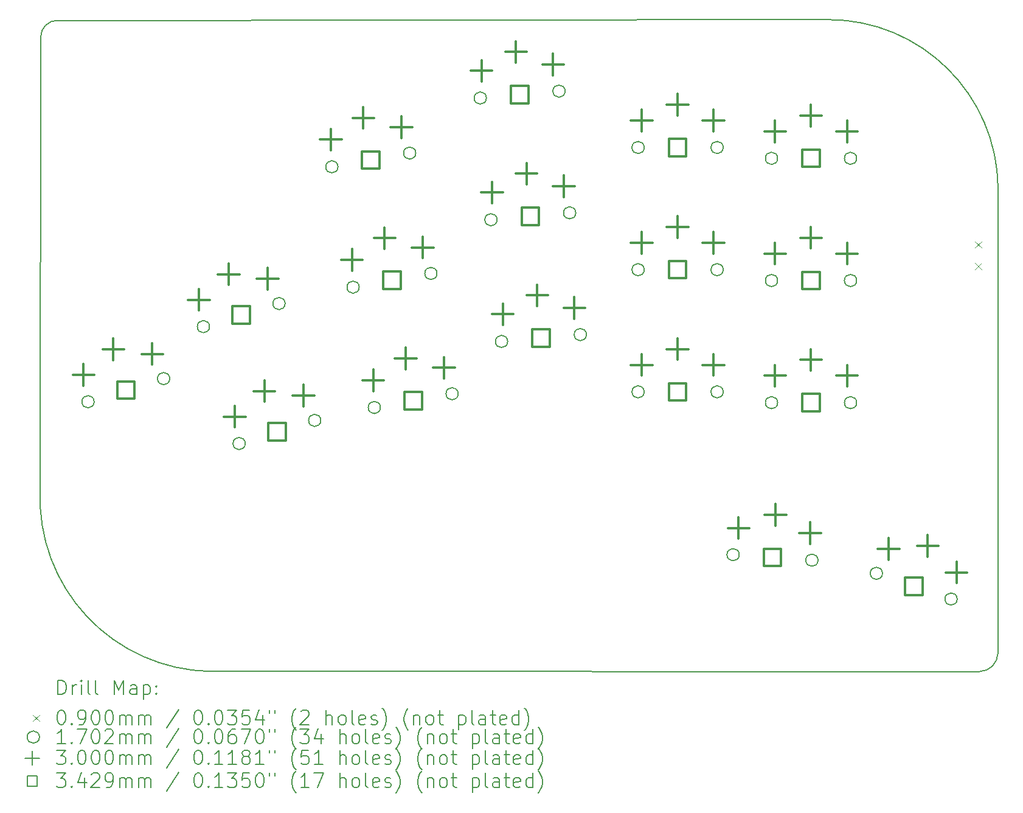
<source format=gbr>
%FSLAX45Y45*%
G04 Gerber Fmt 4.5, Leading zero omitted, Abs format (unit mm)*
G04 Created by KiCad (PCBNEW (6.0.4)) date 2022-05-26 06:06:53*
%MOMM*%
%LPD*%
G01*
G04 APERTURE LIST*
%TA.AperFunction,Profile*%
%ADD10C,0.150000*%
%TD*%
%ADD11C,0.200000*%
%ADD12C,0.090000*%
%ADD13C,0.170180*%
%ADD14C,0.300000*%
%ADD15C,0.342900*%
G04 APERTURE END LIST*
D10*
X2904845Y12436755D02*
G75*
G03*
X2676245Y12208155I0J-228600D01*
G01*
X15742673Y3376992D02*
G75*
G03*
X16000102Y3632200I-3151J260617D01*
G01*
X16002000Y10109200D02*
G75*
G03*
X13637800Y12447790I-2364200J-25750D01*
G01*
X2667000Y5892800D02*
G75*
G03*
X5029200Y3379408I2415551J-96503D01*
G01*
X13637800Y12447790D02*
X2904845Y12436755D01*
X2667000Y5892800D02*
X2676245Y12208155D01*
X16000102Y3632200D02*
X16002000Y10109200D01*
X15742673Y3376992D02*
X5029200Y3379408D01*
D11*
D12*
X15681900Y9360800D02*
X15771900Y9270800D01*
X15771900Y9360800D02*
X15681900Y9270800D01*
X15681900Y9060800D02*
X15771900Y8970800D01*
X15771900Y9060800D02*
X15681900Y8970800D01*
D13*
X3419084Y7131370D02*
G75*
G03*
X3419084Y7131370I-85090J0D01*
G01*
X4471019Y7452979D02*
G75*
G03*
X4471019Y7452979I-85090J0D01*
G01*
X5025423Y8175815D02*
G75*
G03*
X5025423Y8175815I-85090J0D01*
G01*
X5522455Y6550097D02*
G75*
G03*
X5522455Y6550097I-85090J0D01*
G01*
X6077358Y8497424D02*
G75*
G03*
X6077358Y8497424I-85090J0D01*
G01*
X6574390Y6871706D02*
G75*
G03*
X6574390Y6871706I-85090J0D01*
G01*
X6813489Y10399777D02*
G75*
G03*
X6813489Y10399777I-85090J0D01*
G01*
X7108691Y8725603D02*
G75*
G03*
X7108691Y8725603I-85090J0D01*
G01*
X7403893Y7051430D02*
G75*
G03*
X7403893Y7051430I-85090J0D01*
G01*
X7896778Y10590790D02*
G75*
G03*
X7896778Y10590790I-85090J0D01*
G01*
X8191980Y8916616D02*
G75*
G03*
X8191980Y8916616I-85090J0D01*
G01*
X8487182Y7242443D02*
G75*
G03*
X8487182Y7242443I-85090J0D01*
G01*
X8879532Y11357012D02*
G75*
G03*
X8879532Y11357012I-85090J0D01*
G01*
X9027696Y9663481D02*
G75*
G03*
X9027696Y9663481I-85090J0D01*
G01*
X9175861Y7969950D02*
G75*
G03*
X9175861Y7969950I-85090J0D01*
G01*
X9975346Y11452883D02*
G75*
G03*
X9975346Y11452883I-85090J0D01*
G01*
X10123510Y9759352D02*
G75*
G03*
X10123510Y9759352I-85090J0D01*
G01*
X10271675Y8065821D02*
G75*
G03*
X10271675Y8065821I-85090J0D01*
G01*
X11076199Y10668602D02*
G75*
G03*
X11076199Y10668602I-85090J0D01*
G01*
X11076199Y8968602D02*
G75*
G03*
X11076199Y8968602I-85090J0D01*
G01*
X11076199Y7268602D02*
G75*
G03*
X11076199Y7268602I-85090J0D01*
G01*
X12176199Y10668602D02*
G75*
G03*
X12176199Y10668602I-85090J0D01*
G01*
X12176199Y8968602D02*
G75*
G03*
X12176199Y8968602I-85090J0D01*
G01*
X12176199Y7268602D02*
G75*
G03*
X12176199Y7268602I-85090J0D01*
G01*
X12398539Y5003211D02*
G75*
G03*
X12398539Y5003211I-85090J0D01*
G01*
X12933590Y10517800D02*
G75*
G03*
X12933590Y10517800I-85090J0D01*
G01*
X12933590Y8817800D02*
G75*
G03*
X12933590Y8817800I-85090J0D01*
G01*
X12933590Y7117800D02*
G75*
G03*
X12933590Y7117800I-85090J0D01*
G01*
X13495859Y4926479D02*
G75*
G03*
X13495859Y4926479I-85090J0D01*
G01*
X14033590Y10517800D02*
G75*
G03*
X14033590Y10517800I-85090J0D01*
G01*
X14033590Y8817800D02*
G75*
G03*
X14033590Y8817800I-85090J0D01*
G01*
X14033590Y7117800D02*
G75*
G03*
X14033590Y7117800I-85090J0D01*
G01*
X14393378Y4743877D02*
G75*
G03*
X14393378Y4743877I-85090J0D01*
G01*
X15433448Y4385752D02*
G75*
G03*
X15433448Y4385752I-85090J0D01*
G01*
D14*
X3272170Y7654603D02*
X3272170Y7354603D01*
X3122170Y7504603D02*
X3422170Y7504603D01*
X3686000Y8011176D02*
X3686000Y7711176D01*
X3536000Y7861176D02*
X3836000Y7861176D01*
X4228475Y7946974D02*
X4228475Y7646974D01*
X4078475Y7796974D02*
X4378475Y7796974D01*
X4878509Y8699048D02*
X4878509Y8399048D01*
X4728509Y8549048D02*
X5028509Y8549048D01*
X5292339Y9055621D02*
X5292339Y8755621D01*
X5142339Y8905621D02*
X5442339Y8905621D01*
X5375541Y7073330D02*
X5375541Y6773330D01*
X5225541Y6923330D02*
X5525541Y6923330D01*
X5789371Y7429903D02*
X5789371Y7129903D01*
X5639371Y7279903D02*
X5939371Y7279903D01*
X5834814Y8991420D02*
X5834814Y8691420D01*
X5684814Y8841420D02*
X5984814Y8841420D01*
X6331845Y7365702D02*
X6331845Y7065702D01*
X6181845Y7215702D02*
X6481845Y7215702D01*
X6712522Y10927762D02*
X6712522Y10627762D01*
X6562522Y10777762D02*
X6862522Y10777762D01*
X7007724Y9253589D02*
X7007724Y8953589D01*
X6857724Y9103589D02*
X7157724Y9103589D01*
X7166723Y11231244D02*
X7166723Y10931244D01*
X7016723Y11081244D02*
X7316723Y11081244D01*
X7302926Y7579415D02*
X7302926Y7279415D01*
X7152926Y7429415D02*
X7452926Y7429415D01*
X7461925Y9557070D02*
X7461925Y9257070D01*
X7311925Y9407070D02*
X7611925Y9407070D01*
X7697330Y11101410D02*
X7697330Y10801410D01*
X7547330Y10951410D02*
X7847330Y10951410D01*
X7757127Y7882897D02*
X7757127Y7582897D01*
X7607127Y7732897D02*
X7907127Y7732897D01*
X7992531Y9427237D02*
X7992531Y9127237D01*
X7842531Y9277237D02*
X8142531Y9277237D01*
X8287733Y7753063D02*
X8287733Y7453063D01*
X8137733Y7603063D02*
X8437733Y7603063D01*
X8811568Y11884943D02*
X8811568Y11584943D01*
X8661568Y11734943D02*
X8961568Y11734943D01*
X8959733Y10191412D02*
X8959733Y9891412D01*
X8809733Y10041412D02*
X9109733Y10041412D01*
X9107897Y8497881D02*
X9107897Y8197881D01*
X8957897Y8347881D02*
X9257897Y8347881D01*
X9290491Y12147683D02*
X9290491Y11847683D01*
X9140491Y11997683D02*
X9440491Y11997683D01*
X9438656Y10454153D02*
X9438656Y10154153D01*
X9288656Y10304153D02*
X9588656Y10304153D01*
X9586820Y8760622D02*
X9586820Y8460622D01*
X9436820Y8610622D02*
X9736820Y8610622D01*
X9807763Y11972098D02*
X9807763Y11672098D01*
X9657763Y11822098D02*
X9957763Y11822098D01*
X9955927Y10278568D02*
X9955927Y9978568D01*
X9805927Y10128568D02*
X10105927Y10128568D01*
X10104092Y8585037D02*
X10104092Y8285036D01*
X9954092Y8435037D02*
X10254092Y8435037D01*
X11041109Y11193602D02*
X11041109Y10893602D01*
X10891109Y11043602D02*
X11191109Y11043602D01*
X11041109Y9493602D02*
X11041109Y9193602D01*
X10891109Y9343602D02*
X11191109Y9343602D01*
X11041109Y7793602D02*
X11041109Y7493602D01*
X10891109Y7643602D02*
X11191109Y7643602D01*
X11541109Y11413602D02*
X11541109Y11113602D01*
X11391109Y11263602D02*
X11691109Y11263602D01*
X11541109Y9713602D02*
X11541109Y9413602D01*
X11391109Y9563602D02*
X11691109Y9563602D01*
X11541109Y8013602D02*
X11541109Y7713602D01*
X11391109Y7863602D02*
X11691109Y7863602D01*
X12041109Y11193602D02*
X12041109Y10893602D01*
X11891109Y11043602D02*
X12191109Y11043602D01*
X12041109Y9493602D02*
X12041109Y9193602D01*
X11891109Y9343602D02*
X12191109Y9343602D01*
X12041109Y7793602D02*
X12041109Y7493602D01*
X11891109Y7643602D02*
X12191109Y7643602D01*
X12389486Y5523810D02*
X12389486Y5223810D01*
X12239486Y5373810D02*
X12539486Y5373810D01*
X12898500Y11042800D02*
X12898500Y10742800D01*
X12748500Y10892800D02*
X13048500Y10892800D01*
X12898500Y9342800D02*
X12898500Y9042800D01*
X12748500Y9192800D02*
X13048500Y9192800D01*
X12898500Y7642800D02*
X12898500Y7342800D01*
X12748500Y7492800D02*
X13048500Y7492800D01*
X12903614Y5708396D02*
X12903614Y5408396D01*
X12753614Y5558396D02*
X13053614Y5558396D01*
X13387050Y5454053D02*
X13387050Y5154053D01*
X13237050Y5304053D02*
X13537050Y5304053D01*
X13398500Y11262800D02*
X13398500Y10962800D01*
X13248500Y11112800D02*
X13548500Y11112800D01*
X13398500Y9562800D02*
X13398500Y9262800D01*
X13248500Y9412800D02*
X13548500Y9412800D01*
X13398500Y7862800D02*
X13398500Y7562800D01*
X13248500Y7712800D02*
X13548500Y7712800D01*
X13898500Y11042800D02*
X13898500Y10742800D01*
X13748500Y10892800D02*
X14048500Y10892800D01*
X13898500Y9342800D02*
X13898500Y9042800D01*
X13748500Y9192800D02*
X14048500Y9192800D01*
X13898500Y7642800D02*
X13898500Y7342800D01*
X13748500Y7492800D02*
X14048500Y7492800D01*
X14477652Y5232168D02*
X14477652Y4932168D01*
X14327652Y5082168D02*
X14627652Y5082168D01*
X15022036Y5277398D02*
X15022036Y4977398D01*
X14872036Y5127398D02*
X15172036Y5127398D01*
X15423171Y4906600D02*
X15423171Y4606600D01*
X15273171Y4756600D02*
X15573171Y4756600D01*
D15*
X3981196Y7170940D02*
X3981196Y7413409D01*
X3738727Y7413409D01*
X3738727Y7170940D01*
X3981196Y7170940D01*
X5587535Y8215385D02*
X5587535Y8457854D01*
X5345066Y8457854D01*
X5345066Y8215385D01*
X5587535Y8215385D01*
X6084567Y6589667D02*
X6084567Y6832136D01*
X5842098Y6832136D01*
X5842098Y6589667D01*
X6084567Y6589667D01*
X7391278Y10374048D02*
X7391278Y10616518D01*
X7148809Y10616518D01*
X7148809Y10374048D01*
X7391278Y10374048D01*
X7686480Y8699875D02*
X7686480Y8942344D01*
X7444011Y8942344D01*
X7444011Y8699875D01*
X7686480Y8699875D01*
X7981682Y7025702D02*
X7981682Y7268171D01*
X7739213Y7268171D01*
X7739213Y7025702D01*
X7981682Y7025702D01*
X9463583Y11283713D02*
X9463583Y11526182D01*
X9221114Y11526182D01*
X9221114Y11283713D01*
X9463583Y11283713D01*
X9611748Y9590182D02*
X9611748Y9832651D01*
X9369279Y9832651D01*
X9369279Y9590182D01*
X9611748Y9590182D01*
X9759913Y7896651D02*
X9759913Y8139120D01*
X9517444Y8139120D01*
X9517444Y7896651D01*
X9759913Y7896651D01*
X11662343Y10547367D02*
X11662343Y10789836D01*
X11419874Y10789836D01*
X11419874Y10547367D01*
X11662343Y10547367D01*
X11662343Y8847367D02*
X11662343Y9089836D01*
X11419874Y9089836D01*
X11419874Y8847367D01*
X11662343Y8847367D01*
X11662343Y7147367D02*
X11662343Y7389836D01*
X11419874Y7389836D01*
X11419874Y7147367D01*
X11662343Y7147367D01*
X12983344Y4843611D02*
X12983344Y5086080D01*
X12740874Y5086080D01*
X12740874Y4843611D01*
X12983344Y4843611D01*
X13519735Y10396565D02*
X13519735Y10639035D01*
X13277265Y10639035D01*
X13277265Y10396565D01*
X13519735Y10396565D01*
X13519735Y8696565D02*
X13519735Y8939035D01*
X13277265Y8939035D01*
X13277265Y8696565D01*
X13519735Y8696565D01*
X13519735Y6996565D02*
X13519735Y7239035D01*
X13277265Y7239035D01*
X13277265Y6996565D01*
X13519735Y6996565D01*
X14949558Y4443580D02*
X14949558Y4686049D01*
X14707089Y4686049D01*
X14707089Y4443580D01*
X14949558Y4443580D01*
D11*
X2915192Y3059016D02*
X2915192Y3259016D01*
X2962811Y3259016D01*
X2991383Y3249492D01*
X3010430Y3230444D01*
X3019954Y3211397D01*
X3029478Y3173301D01*
X3029478Y3144730D01*
X3019954Y3106635D01*
X3010430Y3087587D01*
X2991383Y3068539D01*
X2962811Y3059016D01*
X2915192Y3059016D01*
X3115192Y3059016D02*
X3115192Y3192349D01*
X3115192Y3154254D02*
X3124716Y3173301D01*
X3134240Y3182825D01*
X3153287Y3192349D01*
X3172335Y3192349D01*
X3239002Y3059016D02*
X3239002Y3192349D01*
X3239002Y3259016D02*
X3229478Y3249492D01*
X3239002Y3239968D01*
X3248525Y3249492D01*
X3239002Y3259016D01*
X3239002Y3239968D01*
X3362811Y3059016D02*
X3343763Y3068539D01*
X3334240Y3087587D01*
X3334240Y3259016D01*
X3467573Y3059016D02*
X3448525Y3068539D01*
X3439002Y3087587D01*
X3439002Y3259016D01*
X3696144Y3059016D02*
X3696144Y3259016D01*
X3762811Y3116158D01*
X3829478Y3259016D01*
X3829478Y3059016D01*
X4010430Y3059016D02*
X4010430Y3163778D01*
X4000906Y3182825D01*
X3981859Y3192349D01*
X3943763Y3192349D01*
X3924716Y3182825D01*
X4010430Y3068539D02*
X3991383Y3059016D01*
X3943763Y3059016D01*
X3924716Y3068539D01*
X3915192Y3087587D01*
X3915192Y3106635D01*
X3924716Y3125682D01*
X3943763Y3135206D01*
X3991383Y3135206D01*
X4010430Y3144730D01*
X4105668Y3192349D02*
X4105668Y2992349D01*
X4105668Y3182825D02*
X4124716Y3192349D01*
X4162811Y3192349D01*
X4181859Y3182825D01*
X4191383Y3173301D01*
X4200906Y3154254D01*
X4200906Y3097111D01*
X4191383Y3078063D01*
X4181859Y3068539D01*
X4162811Y3059016D01*
X4124716Y3059016D01*
X4105668Y3068539D01*
X4286621Y3078063D02*
X4296145Y3068539D01*
X4286621Y3059016D01*
X4277097Y3068539D01*
X4286621Y3078063D01*
X4286621Y3059016D01*
X4286621Y3182825D02*
X4296145Y3173301D01*
X4286621Y3163778D01*
X4277097Y3173301D01*
X4286621Y3182825D01*
X4286621Y3163778D01*
D12*
X2567573Y2774492D02*
X2657573Y2684492D01*
X2657573Y2774492D02*
X2567573Y2684492D01*
D11*
X2953287Y2839016D02*
X2972335Y2839016D01*
X2991383Y2829492D01*
X3000906Y2819968D01*
X3010430Y2800920D01*
X3019954Y2762825D01*
X3019954Y2715206D01*
X3010430Y2677111D01*
X3000906Y2658063D01*
X2991383Y2648540D01*
X2972335Y2639016D01*
X2953287Y2639016D01*
X2934240Y2648540D01*
X2924716Y2658063D01*
X2915192Y2677111D01*
X2905668Y2715206D01*
X2905668Y2762825D01*
X2915192Y2800920D01*
X2924716Y2819968D01*
X2934240Y2829492D01*
X2953287Y2839016D01*
X3105668Y2658063D02*
X3115192Y2648540D01*
X3105668Y2639016D01*
X3096144Y2648540D01*
X3105668Y2658063D01*
X3105668Y2639016D01*
X3210430Y2639016D02*
X3248525Y2639016D01*
X3267573Y2648540D01*
X3277097Y2658063D01*
X3296144Y2686635D01*
X3305668Y2724730D01*
X3305668Y2800920D01*
X3296144Y2819968D01*
X3286621Y2829492D01*
X3267573Y2839016D01*
X3229478Y2839016D01*
X3210430Y2829492D01*
X3200906Y2819968D01*
X3191383Y2800920D01*
X3191383Y2753301D01*
X3200906Y2734254D01*
X3210430Y2724730D01*
X3229478Y2715206D01*
X3267573Y2715206D01*
X3286621Y2724730D01*
X3296144Y2734254D01*
X3305668Y2753301D01*
X3429478Y2839016D02*
X3448525Y2839016D01*
X3467573Y2829492D01*
X3477097Y2819968D01*
X3486621Y2800920D01*
X3496144Y2762825D01*
X3496144Y2715206D01*
X3486621Y2677111D01*
X3477097Y2658063D01*
X3467573Y2648540D01*
X3448525Y2639016D01*
X3429478Y2639016D01*
X3410430Y2648540D01*
X3400906Y2658063D01*
X3391383Y2677111D01*
X3381859Y2715206D01*
X3381859Y2762825D01*
X3391383Y2800920D01*
X3400906Y2819968D01*
X3410430Y2829492D01*
X3429478Y2839016D01*
X3619954Y2839016D02*
X3639002Y2839016D01*
X3658049Y2829492D01*
X3667573Y2819968D01*
X3677097Y2800920D01*
X3686621Y2762825D01*
X3686621Y2715206D01*
X3677097Y2677111D01*
X3667573Y2658063D01*
X3658049Y2648540D01*
X3639002Y2639016D01*
X3619954Y2639016D01*
X3600906Y2648540D01*
X3591383Y2658063D01*
X3581859Y2677111D01*
X3572335Y2715206D01*
X3572335Y2762825D01*
X3581859Y2800920D01*
X3591383Y2819968D01*
X3600906Y2829492D01*
X3619954Y2839016D01*
X3772335Y2639016D02*
X3772335Y2772349D01*
X3772335Y2753301D02*
X3781859Y2762825D01*
X3800906Y2772349D01*
X3829478Y2772349D01*
X3848525Y2762825D01*
X3858049Y2743778D01*
X3858049Y2639016D01*
X3858049Y2743778D02*
X3867573Y2762825D01*
X3886621Y2772349D01*
X3915192Y2772349D01*
X3934240Y2762825D01*
X3943763Y2743778D01*
X3943763Y2639016D01*
X4039002Y2639016D02*
X4039002Y2772349D01*
X4039002Y2753301D02*
X4048525Y2762825D01*
X4067573Y2772349D01*
X4096144Y2772349D01*
X4115192Y2762825D01*
X4124716Y2743778D01*
X4124716Y2639016D01*
X4124716Y2743778D02*
X4134240Y2762825D01*
X4153287Y2772349D01*
X4181859Y2772349D01*
X4200906Y2762825D01*
X4210430Y2743778D01*
X4210430Y2639016D01*
X4600906Y2848539D02*
X4429478Y2591397D01*
X4858049Y2839016D02*
X4877097Y2839016D01*
X4896145Y2829492D01*
X4905668Y2819968D01*
X4915192Y2800920D01*
X4924716Y2762825D01*
X4924716Y2715206D01*
X4915192Y2677111D01*
X4905668Y2658063D01*
X4896145Y2648540D01*
X4877097Y2639016D01*
X4858049Y2639016D01*
X4839002Y2648540D01*
X4829478Y2658063D01*
X4819954Y2677111D01*
X4810430Y2715206D01*
X4810430Y2762825D01*
X4819954Y2800920D01*
X4829478Y2819968D01*
X4839002Y2829492D01*
X4858049Y2839016D01*
X5010430Y2658063D02*
X5019954Y2648540D01*
X5010430Y2639016D01*
X5000906Y2648540D01*
X5010430Y2658063D01*
X5010430Y2639016D01*
X5143764Y2839016D02*
X5162811Y2839016D01*
X5181859Y2829492D01*
X5191383Y2819968D01*
X5200906Y2800920D01*
X5210430Y2762825D01*
X5210430Y2715206D01*
X5200906Y2677111D01*
X5191383Y2658063D01*
X5181859Y2648540D01*
X5162811Y2639016D01*
X5143764Y2639016D01*
X5124716Y2648540D01*
X5115192Y2658063D01*
X5105668Y2677111D01*
X5096145Y2715206D01*
X5096145Y2762825D01*
X5105668Y2800920D01*
X5115192Y2819968D01*
X5124716Y2829492D01*
X5143764Y2839016D01*
X5277097Y2839016D02*
X5400906Y2839016D01*
X5334240Y2762825D01*
X5362811Y2762825D01*
X5381859Y2753301D01*
X5391383Y2743778D01*
X5400906Y2724730D01*
X5400906Y2677111D01*
X5391383Y2658063D01*
X5381859Y2648540D01*
X5362811Y2639016D01*
X5305668Y2639016D01*
X5286621Y2648540D01*
X5277097Y2658063D01*
X5581859Y2839016D02*
X5486621Y2839016D01*
X5477097Y2743778D01*
X5486621Y2753301D01*
X5505668Y2762825D01*
X5553287Y2762825D01*
X5572335Y2753301D01*
X5581859Y2743778D01*
X5591383Y2724730D01*
X5591383Y2677111D01*
X5581859Y2658063D01*
X5572335Y2648540D01*
X5553287Y2639016D01*
X5505668Y2639016D01*
X5486621Y2648540D01*
X5477097Y2658063D01*
X5762811Y2772349D02*
X5762811Y2639016D01*
X5715192Y2848539D02*
X5667573Y2705682D01*
X5791383Y2705682D01*
X5858049Y2839016D02*
X5858049Y2800920D01*
X5934240Y2839016D02*
X5934240Y2800920D01*
X6229478Y2562825D02*
X6219954Y2572349D01*
X6200906Y2600920D01*
X6191383Y2619968D01*
X6181859Y2648540D01*
X6172335Y2696159D01*
X6172335Y2734254D01*
X6181859Y2781873D01*
X6191383Y2810444D01*
X6200906Y2829492D01*
X6219954Y2858063D01*
X6229478Y2867587D01*
X6296144Y2819968D02*
X6305668Y2829492D01*
X6324716Y2839016D01*
X6372335Y2839016D01*
X6391383Y2829492D01*
X6400906Y2819968D01*
X6410430Y2800920D01*
X6410430Y2781873D01*
X6400906Y2753301D01*
X6286621Y2639016D01*
X6410430Y2639016D01*
X6648525Y2639016D02*
X6648525Y2839016D01*
X6734240Y2639016D02*
X6734240Y2743778D01*
X6724716Y2762825D01*
X6705668Y2772349D01*
X6677097Y2772349D01*
X6658049Y2762825D01*
X6648525Y2753301D01*
X6858049Y2639016D02*
X6839002Y2648540D01*
X6829478Y2658063D01*
X6819954Y2677111D01*
X6819954Y2734254D01*
X6829478Y2753301D01*
X6839002Y2762825D01*
X6858049Y2772349D01*
X6886621Y2772349D01*
X6905668Y2762825D01*
X6915192Y2753301D01*
X6924716Y2734254D01*
X6924716Y2677111D01*
X6915192Y2658063D01*
X6905668Y2648540D01*
X6886621Y2639016D01*
X6858049Y2639016D01*
X7039002Y2639016D02*
X7019954Y2648540D01*
X7010430Y2667587D01*
X7010430Y2839016D01*
X7191383Y2648540D02*
X7172335Y2639016D01*
X7134240Y2639016D01*
X7115192Y2648540D01*
X7105668Y2667587D01*
X7105668Y2743778D01*
X7115192Y2762825D01*
X7134240Y2772349D01*
X7172335Y2772349D01*
X7191383Y2762825D01*
X7200906Y2743778D01*
X7200906Y2724730D01*
X7105668Y2705682D01*
X7277097Y2648540D02*
X7296144Y2639016D01*
X7334240Y2639016D01*
X7353287Y2648540D01*
X7362811Y2667587D01*
X7362811Y2677111D01*
X7353287Y2696159D01*
X7334240Y2705682D01*
X7305668Y2705682D01*
X7286621Y2715206D01*
X7277097Y2734254D01*
X7277097Y2743778D01*
X7286621Y2762825D01*
X7305668Y2772349D01*
X7334240Y2772349D01*
X7353287Y2762825D01*
X7429478Y2562825D02*
X7439002Y2572349D01*
X7458049Y2600920D01*
X7467573Y2619968D01*
X7477097Y2648540D01*
X7486621Y2696159D01*
X7486621Y2734254D01*
X7477097Y2781873D01*
X7467573Y2810444D01*
X7458049Y2829492D01*
X7439002Y2858063D01*
X7429478Y2867587D01*
X7791383Y2562825D02*
X7781859Y2572349D01*
X7762811Y2600920D01*
X7753287Y2619968D01*
X7743763Y2648540D01*
X7734240Y2696159D01*
X7734240Y2734254D01*
X7743763Y2781873D01*
X7753287Y2810444D01*
X7762811Y2829492D01*
X7781859Y2858063D01*
X7791383Y2867587D01*
X7867573Y2772349D02*
X7867573Y2639016D01*
X7867573Y2753301D02*
X7877097Y2762825D01*
X7896144Y2772349D01*
X7924716Y2772349D01*
X7943763Y2762825D01*
X7953287Y2743778D01*
X7953287Y2639016D01*
X8077097Y2639016D02*
X8058049Y2648540D01*
X8048525Y2658063D01*
X8039002Y2677111D01*
X8039002Y2734254D01*
X8048525Y2753301D01*
X8058049Y2762825D01*
X8077097Y2772349D01*
X8105668Y2772349D01*
X8124716Y2762825D01*
X8134240Y2753301D01*
X8143763Y2734254D01*
X8143763Y2677111D01*
X8134240Y2658063D01*
X8124716Y2648540D01*
X8105668Y2639016D01*
X8077097Y2639016D01*
X8200906Y2772349D02*
X8277097Y2772349D01*
X8229478Y2839016D02*
X8229478Y2667587D01*
X8239002Y2648540D01*
X8258049Y2639016D01*
X8277097Y2639016D01*
X8496145Y2772349D02*
X8496145Y2572349D01*
X8496145Y2762825D02*
X8515192Y2772349D01*
X8553287Y2772349D01*
X8572335Y2762825D01*
X8581859Y2753301D01*
X8591383Y2734254D01*
X8591383Y2677111D01*
X8581859Y2658063D01*
X8572335Y2648540D01*
X8553287Y2639016D01*
X8515192Y2639016D01*
X8496145Y2648540D01*
X8705668Y2639016D02*
X8686621Y2648540D01*
X8677097Y2667587D01*
X8677097Y2839016D01*
X8867573Y2639016D02*
X8867573Y2743778D01*
X8858049Y2762825D01*
X8839002Y2772349D01*
X8800906Y2772349D01*
X8781859Y2762825D01*
X8867573Y2648540D02*
X8848525Y2639016D01*
X8800906Y2639016D01*
X8781859Y2648540D01*
X8772335Y2667587D01*
X8772335Y2686635D01*
X8781859Y2705682D01*
X8800906Y2715206D01*
X8848525Y2715206D01*
X8867573Y2724730D01*
X8934240Y2772349D02*
X9010430Y2772349D01*
X8962811Y2839016D02*
X8962811Y2667587D01*
X8972335Y2648540D01*
X8991383Y2639016D01*
X9010430Y2639016D01*
X9153287Y2648540D02*
X9134240Y2639016D01*
X9096145Y2639016D01*
X9077097Y2648540D01*
X9067573Y2667587D01*
X9067573Y2743778D01*
X9077097Y2762825D01*
X9096145Y2772349D01*
X9134240Y2772349D01*
X9153287Y2762825D01*
X9162811Y2743778D01*
X9162811Y2724730D01*
X9067573Y2705682D01*
X9334240Y2639016D02*
X9334240Y2839016D01*
X9334240Y2648540D02*
X9315192Y2639016D01*
X9277097Y2639016D01*
X9258049Y2648540D01*
X9248525Y2658063D01*
X9239002Y2677111D01*
X9239002Y2734254D01*
X9248525Y2753301D01*
X9258049Y2762825D01*
X9277097Y2772349D01*
X9315192Y2772349D01*
X9334240Y2762825D01*
X9410430Y2562825D02*
X9419954Y2572349D01*
X9439002Y2600920D01*
X9448525Y2619968D01*
X9458049Y2648540D01*
X9467573Y2696159D01*
X9467573Y2734254D01*
X9458049Y2781873D01*
X9448525Y2810444D01*
X9439002Y2829492D01*
X9419954Y2858063D01*
X9410430Y2867587D01*
D13*
X2657573Y2465492D02*
G75*
G03*
X2657573Y2465492I-85090J0D01*
G01*
D11*
X3019954Y2375016D02*
X2905668Y2375016D01*
X2962811Y2375016D02*
X2962811Y2575016D01*
X2943763Y2546444D01*
X2924716Y2527397D01*
X2905668Y2517873D01*
X3105668Y2394063D02*
X3115192Y2384540D01*
X3105668Y2375016D01*
X3096144Y2384540D01*
X3105668Y2394063D01*
X3105668Y2375016D01*
X3181859Y2575016D02*
X3315192Y2575016D01*
X3229478Y2375016D01*
X3429478Y2575016D02*
X3448525Y2575016D01*
X3467573Y2565492D01*
X3477097Y2555968D01*
X3486621Y2536920D01*
X3496144Y2498825D01*
X3496144Y2451206D01*
X3486621Y2413111D01*
X3477097Y2394063D01*
X3467573Y2384540D01*
X3448525Y2375016D01*
X3429478Y2375016D01*
X3410430Y2384540D01*
X3400906Y2394063D01*
X3391383Y2413111D01*
X3381859Y2451206D01*
X3381859Y2498825D01*
X3391383Y2536920D01*
X3400906Y2555968D01*
X3410430Y2565492D01*
X3429478Y2575016D01*
X3572335Y2555968D02*
X3581859Y2565492D01*
X3600906Y2575016D01*
X3648525Y2575016D01*
X3667573Y2565492D01*
X3677097Y2555968D01*
X3686621Y2536920D01*
X3686621Y2517873D01*
X3677097Y2489301D01*
X3562811Y2375016D01*
X3686621Y2375016D01*
X3772335Y2375016D02*
X3772335Y2508349D01*
X3772335Y2489301D02*
X3781859Y2498825D01*
X3800906Y2508349D01*
X3829478Y2508349D01*
X3848525Y2498825D01*
X3858049Y2479778D01*
X3858049Y2375016D01*
X3858049Y2479778D02*
X3867573Y2498825D01*
X3886621Y2508349D01*
X3915192Y2508349D01*
X3934240Y2498825D01*
X3943763Y2479778D01*
X3943763Y2375016D01*
X4039002Y2375016D02*
X4039002Y2508349D01*
X4039002Y2489301D02*
X4048525Y2498825D01*
X4067573Y2508349D01*
X4096144Y2508349D01*
X4115192Y2498825D01*
X4124716Y2479778D01*
X4124716Y2375016D01*
X4124716Y2479778D02*
X4134240Y2498825D01*
X4153287Y2508349D01*
X4181859Y2508349D01*
X4200906Y2498825D01*
X4210430Y2479778D01*
X4210430Y2375016D01*
X4600906Y2584540D02*
X4429478Y2327397D01*
X4858049Y2575016D02*
X4877097Y2575016D01*
X4896145Y2565492D01*
X4905668Y2555968D01*
X4915192Y2536920D01*
X4924716Y2498825D01*
X4924716Y2451206D01*
X4915192Y2413111D01*
X4905668Y2394063D01*
X4896145Y2384540D01*
X4877097Y2375016D01*
X4858049Y2375016D01*
X4839002Y2384540D01*
X4829478Y2394063D01*
X4819954Y2413111D01*
X4810430Y2451206D01*
X4810430Y2498825D01*
X4819954Y2536920D01*
X4829478Y2555968D01*
X4839002Y2565492D01*
X4858049Y2575016D01*
X5010430Y2394063D02*
X5019954Y2384540D01*
X5010430Y2375016D01*
X5000906Y2384540D01*
X5010430Y2394063D01*
X5010430Y2375016D01*
X5143764Y2575016D02*
X5162811Y2575016D01*
X5181859Y2565492D01*
X5191383Y2555968D01*
X5200906Y2536920D01*
X5210430Y2498825D01*
X5210430Y2451206D01*
X5200906Y2413111D01*
X5191383Y2394063D01*
X5181859Y2384540D01*
X5162811Y2375016D01*
X5143764Y2375016D01*
X5124716Y2384540D01*
X5115192Y2394063D01*
X5105668Y2413111D01*
X5096145Y2451206D01*
X5096145Y2498825D01*
X5105668Y2536920D01*
X5115192Y2555968D01*
X5124716Y2565492D01*
X5143764Y2575016D01*
X5381859Y2575016D02*
X5343764Y2575016D01*
X5324716Y2565492D01*
X5315192Y2555968D01*
X5296145Y2527397D01*
X5286621Y2489301D01*
X5286621Y2413111D01*
X5296145Y2394063D01*
X5305668Y2384540D01*
X5324716Y2375016D01*
X5362811Y2375016D01*
X5381859Y2384540D01*
X5391383Y2394063D01*
X5400906Y2413111D01*
X5400906Y2460730D01*
X5391383Y2479778D01*
X5381859Y2489301D01*
X5362811Y2498825D01*
X5324716Y2498825D01*
X5305668Y2489301D01*
X5296145Y2479778D01*
X5286621Y2460730D01*
X5467573Y2575016D02*
X5600906Y2575016D01*
X5515192Y2375016D01*
X5715192Y2575016D02*
X5734240Y2575016D01*
X5753287Y2565492D01*
X5762811Y2555968D01*
X5772335Y2536920D01*
X5781859Y2498825D01*
X5781859Y2451206D01*
X5772335Y2413111D01*
X5762811Y2394063D01*
X5753287Y2384540D01*
X5734240Y2375016D01*
X5715192Y2375016D01*
X5696144Y2384540D01*
X5686621Y2394063D01*
X5677097Y2413111D01*
X5667573Y2451206D01*
X5667573Y2498825D01*
X5677097Y2536920D01*
X5686621Y2555968D01*
X5696144Y2565492D01*
X5715192Y2575016D01*
X5858049Y2575016D02*
X5858049Y2536920D01*
X5934240Y2575016D02*
X5934240Y2536920D01*
X6229478Y2298825D02*
X6219954Y2308349D01*
X6200906Y2336920D01*
X6191383Y2355968D01*
X6181859Y2384540D01*
X6172335Y2432159D01*
X6172335Y2470254D01*
X6181859Y2517873D01*
X6191383Y2546444D01*
X6200906Y2565492D01*
X6219954Y2594063D01*
X6229478Y2603587D01*
X6286621Y2575016D02*
X6410430Y2575016D01*
X6343763Y2498825D01*
X6372335Y2498825D01*
X6391383Y2489301D01*
X6400906Y2479778D01*
X6410430Y2460730D01*
X6410430Y2413111D01*
X6400906Y2394063D01*
X6391383Y2384540D01*
X6372335Y2375016D01*
X6315192Y2375016D01*
X6296144Y2384540D01*
X6286621Y2394063D01*
X6581859Y2508349D02*
X6581859Y2375016D01*
X6534240Y2584540D02*
X6486621Y2441682D01*
X6610430Y2441682D01*
X6839002Y2375016D02*
X6839002Y2575016D01*
X6924716Y2375016D02*
X6924716Y2479778D01*
X6915192Y2498825D01*
X6896144Y2508349D01*
X6867573Y2508349D01*
X6848525Y2498825D01*
X6839002Y2489301D01*
X7048525Y2375016D02*
X7029478Y2384540D01*
X7019954Y2394063D01*
X7010430Y2413111D01*
X7010430Y2470254D01*
X7019954Y2489301D01*
X7029478Y2498825D01*
X7048525Y2508349D01*
X7077097Y2508349D01*
X7096144Y2498825D01*
X7105668Y2489301D01*
X7115192Y2470254D01*
X7115192Y2413111D01*
X7105668Y2394063D01*
X7096144Y2384540D01*
X7077097Y2375016D01*
X7048525Y2375016D01*
X7229478Y2375016D02*
X7210430Y2384540D01*
X7200906Y2403587D01*
X7200906Y2575016D01*
X7381859Y2384540D02*
X7362811Y2375016D01*
X7324716Y2375016D01*
X7305668Y2384540D01*
X7296144Y2403587D01*
X7296144Y2479778D01*
X7305668Y2498825D01*
X7324716Y2508349D01*
X7362811Y2508349D01*
X7381859Y2498825D01*
X7391383Y2479778D01*
X7391383Y2460730D01*
X7296144Y2441682D01*
X7467573Y2384540D02*
X7486621Y2375016D01*
X7524716Y2375016D01*
X7543763Y2384540D01*
X7553287Y2403587D01*
X7553287Y2413111D01*
X7543763Y2432159D01*
X7524716Y2441682D01*
X7496144Y2441682D01*
X7477097Y2451206D01*
X7467573Y2470254D01*
X7467573Y2479778D01*
X7477097Y2498825D01*
X7496144Y2508349D01*
X7524716Y2508349D01*
X7543763Y2498825D01*
X7619954Y2298825D02*
X7629478Y2308349D01*
X7648525Y2336920D01*
X7658049Y2355968D01*
X7667573Y2384540D01*
X7677097Y2432159D01*
X7677097Y2470254D01*
X7667573Y2517873D01*
X7658049Y2546444D01*
X7648525Y2565492D01*
X7629478Y2594063D01*
X7619954Y2603587D01*
X7981859Y2298825D02*
X7972335Y2308349D01*
X7953287Y2336920D01*
X7943763Y2355968D01*
X7934240Y2384540D01*
X7924716Y2432159D01*
X7924716Y2470254D01*
X7934240Y2517873D01*
X7943763Y2546444D01*
X7953287Y2565492D01*
X7972335Y2594063D01*
X7981859Y2603587D01*
X8058049Y2508349D02*
X8058049Y2375016D01*
X8058049Y2489301D02*
X8067573Y2498825D01*
X8086621Y2508349D01*
X8115192Y2508349D01*
X8134240Y2498825D01*
X8143763Y2479778D01*
X8143763Y2375016D01*
X8267573Y2375016D02*
X8248525Y2384540D01*
X8239002Y2394063D01*
X8229478Y2413111D01*
X8229478Y2470254D01*
X8239002Y2489301D01*
X8248525Y2498825D01*
X8267573Y2508349D01*
X8296144Y2508349D01*
X8315192Y2498825D01*
X8324716Y2489301D01*
X8334240Y2470254D01*
X8334240Y2413111D01*
X8324716Y2394063D01*
X8315192Y2384540D01*
X8296144Y2375016D01*
X8267573Y2375016D01*
X8391383Y2508349D02*
X8467573Y2508349D01*
X8419954Y2575016D02*
X8419954Y2403587D01*
X8429478Y2384540D01*
X8448525Y2375016D01*
X8467573Y2375016D01*
X8686621Y2508349D02*
X8686621Y2308349D01*
X8686621Y2498825D02*
X8705668Y2508349D01*
X8743764Y2508349D01*
X8762811Y2498825D01*
X8772335Y2489301D01*
X8781859Y2470254D01*
X8781859Y2413111D01*
X8772335Y2394063D01*
X8762811Y2384540D01*
X8743764Y2375016D01*
X8705668Y2375016D01*
X8686621Y2384540D01*
X8896145Y2375016D02*
X8877097Y2384540D01*
X8867573Y2403587D01*
X8867573Y2575016D01*
X9058049Y2375016D02*
X9058049Y2479778D01*
X9048525Y2498825D01*
X9029478Y2508349D01*
X8991383Y2508349D01*
X8972335Y2498825D01*
X9058049Y2384540D02*
X9039002Y2375016D01*
X8991383Y2375016D01*
X8972335Y2384540D01*
X8962811Y2403587D01*
X8962811Y2422635D01*
X8972335Y2441682D01*
X8991383Y2451206D01*
X9039002Y2451206D01*
X9058049Y2460730D01*
X9124716Y2508349D02*
X9200906Y2508349D01*
X9153287Y2575016D02*
X9153287Y2403587D01*
X9162811Y2384540D01*
X9181859Y2375016D01*
X9200906Y2375016D01*
X9343764Y2384540D02*
X9324716Y2375016D01*
X9286621Y2375016D01*
X9267573Y2384540D01*
X9258049Y2403587D01*
X9258049Y2479778D01*
X9267573Y2498825D01*
X9286621Y2508349D01*
X9324716Y2508349D01*
X9343764Y2498825D01*
X9353287Y2479778D01*
X9353287Y2460730D01*
X9258049Y2441682D01*
X9524716Y2375016D02*
X9524716Y2575016D01*
X9524716Y2384540D02*
X9505668Y2375016D01*
X9467573Y2375016D01*
X9448525Y2384540D01*
X9439002Y2394063D01*
X9429478Y2413111D01*
X9429478Y2470254D01*
X9439002Y2489301D01*
X9448525Y2498825D01*
X9467573Y2508349D01*
X9505668Y2508349D01*
X9524716Y2498825D01*
X9600906Y2298825D02*
X9610430Y2308349D01*
X9629478Y2336920D01*
X9639002Y2355968D01*
X9648525Y2384540D01*
X9658049Y2432159D01*
X9658049Y2470254D01*
X9648525Y2517873D01*
X9639002Y2546444D01*
X9629478Y2565492D01*
X9610430Y2594063D01*
X9600906Y2603587D01*
X2557573Y2275312D02*
X2557573Y2075312D01*
X2457573Y2175312D02*
X2657573Y2175312D01*
X2896144Y2284836D02*
X3019954Y2284836D01*
X2953287Y2208645D01*
X2981859Y2208645D01*
X3000906Y2199121D01*
X3010430Y2189598D01*
X3019954Y2170550D01*
X3019954Y2122931D01*
X3010430Y2103883D01*
X3000906Y2094359D01*
X2981859Y2084836D01*
X2924716Y2084836D01*
X2905668Y2094359D01*
X2896144Y2103883D01*
X3105668Y2103883D02*
X3115192Y2094359D01*
X3105668Y2084836D01*
X3096144Y2094359D01*
X3105668Y2103883D01*
X3105668Y2084836D01*
X3239002Y2284836D02*
X3258049Y2284836D01*
X3277097Y2275312D01*
X3286621Y2265788D01*
X3296144Y2246740D01*
X3305668Y2208645D01*
X3305668Y2161026D01*
X3296144Y2122931D01*
X3286621Y2103883D01*
X3277097Y2094359D01*
X3258049Y2084836D01*
X3239002Y2084836D01*
X3219954Y2094359D01*
X3210430Y2103883D01*
X3200906Y2122931D01*
X3191383Y2161026D01*
X3191383Y2208645D01*
X3200906Y2246740D01*
X3210430Y2265788D01*
X3219954Y2275312D01*
X3239002Y2284836D01*
X3429478Y2284836D02*
X3448525Y2284836D01*
X3467573Y2275312D01*
X3477097Y2265788D01*
X3486621Y2246740D01*
X3496144Y2208645D01*
X3496144Y2161026D01*
X3486621Y2122931D01*
X3477097Y2103883D01*
X3467573Y2094359D01*
X3448525Y2084836D01*
X3429478Y2084836D01*
X3410430Y2094359D01*
X3400906Y2103883D01*
X3391383Y2122931D01*
X3381859Y2161026D01*
X3381859Y2208645D01*
X3391383Y2246740D01*
X3400906Y2265788D01*
X3410430Y2275312D01*
X3429478Y2284836D01*
X3619954Y2284836D02*
X3639002Y2284836D01*
X3658049Y2275312D01*
X3667573Y2265788D01*
X3677097Y2246740D01*
X3686621Y2208645D01*
X3686621Y2161026D01*
X3677097Y2122931D01*
X3667573Y2103883D01*
X3658049Y2094359D01*
X3639002Y2084836D01*
X3619954Y2084836D01*
X3600906Y2094359D01*
X3591383Y2103883D01*
X3581859Y2122931D01*
X3572335Y2161026D01*
X3572335Y2208645D01*
X3581859Y2246740D01*
X3591383Y2265788D01*
X3600906Y2275312D01*
X3619954Y2284836D01*
X3772335Y2084836D02*
X3772335Y2218169D01*
X3772335Y2199121D02*
X3781859Y2208645D01*
X3800906Y2218169D01*
X3829478Y2218169D01*
X3848525Y2208645D01*
X3858049Y2189598D01*
X3858049Y2084836D01*
X3858049Y2189598D02*
X3867573Y2208645D01*
X3886621Y2218169D01*
X3915192Y2218169D01*
X3934240Y2208645D01*
X3943763Y2189598D01*
X3943763Y2084836D01*
X4039002Y2084836D02*
X4039002Y2218169D01*
X4039002Y2199121D02*
X4048525Y2208645D01*
X4067573Y2218169D01*
X4096144Y2218169D01*
X4115192Y2208645D01*
X4124716Y2189598D01*
X4124716Y2084836D01*
X4124716Y2189598D02*
X4134240Y2208645D01*
X4153287Y2218169D01*
X4181859Y2218169D01*
X4200906Y2208645D01*
X4210430Y2189598D01*
X4210430Y2084836D01*
X4600906Y2294360D02*
X4429478Y2037217D01*
X4858049Y2284836D02*
X4877097Y2284836D01*
X4896145Y2275312D01*
X4905668Y2265788D01*
X4915192Y2246740D01*
X4924716Y2208645D01*
X4924716Y2161026D01*
X4915192Y2122931D01*
X4905668Y2103883D01*
X4896145Y2094359D01*
X4877097Y2084836D01*
X4858049Y2084836D01*
X4839002Y2094359D01*
X4829478Y2103883D01*
X4819954Y2122931D01*
X4810430Y2161026D01*
X4810430Y2208645D01*
X4819954Y2246740D01*
X4829478Y2265788D01*
X4839002Y2275312D01*
X4858049Y2284836D01*
X5010430Y2103883D02*
X5019954Y2094359D01*
X5010430Y2084836D01*
X5000906Y2094359D01*
X5010430Y2103883D01*
X5010430Y2084836D01*
X5210430Y2084836D02*
X5096145Y2084836D01*
X5153287Y2084836D02*
X5153287Y2284836D01*
X5134240Y2256264D01*
X5115192Y2237217D01*
X5096145Y2227693D01*
X5400906Y2084836D02*
X5286621Y2084836D01*
X5343764Y2084836D02*
X5343764Y2284836D01*
X5324716Y2256264D01*
X5305668Y2237217D01*
X5286621Y2227693D01*
X5515192Y2199121D02*
X5496145Y2208645D01*
X5486621Y2218169D01*
X5477097Y2237217D01*
X5477097Y2246740D01*
X5486621Y2265788D01*
X5496145Y2275312D01*
X5515192Y2284836D01*
X5553287Y2284836D01*
X5572335Y2275312D01*
X5581859Y2265788D01*
X5591383Y2246740D01*
X5591383Y2237217D01*
X5581859Y2218169D01*
X5572335Y2208645D01*
X5553287Y2199121D01*
X5515192Y2199121D01*
X5496145Y2189598D01*
X5486621Y2180074D01*
X5477097Y2161026D01*
X5477097Y2122931D01*
X5486621Y2103883D01*
X5496145Y2094359D01*
X5515192Y2084836D01*
X5553287Y2084836D01*
X5572335Y2094359D01*
X5581859Y2103883D01*
X5591383Y2122931D01*
X5591383Y2161026D01*
X5581859Y2180074D01*
X5572335Y2189598D01*
X5553287Y2199121D01*
X5781859Y2084836D02*
X5667573Y2084836D01*
X5724716Y2084836D02*
X5724716Y2284836D01*
X5705668Y2256264D01*
X5686621Y2237217D01*
X5667573Y2227693D01*
X5858049Y2284836D02*
X5858049Y2246740D01*
X5934240Y2284836D02*
X5934240Y2246740D01*
X6229478Y2008645D02*
X6219954Y2018169D01*
X6200906Y2046740D01*
X6191383Y2065788D01*
X6181859Y2094359D01*
X6172335Y2141979D01*
X6172335Y2180074D01*
X6181859Y2227693D01*
X6191383Y2256264D01*
X6200906Y2275312D01*
X6219954Y2303883D01*
X6229478Y2313407D01*
X6400906Y2284836D02*
X6305668Y2284836D01*
X6296144Y2189598D01*
X6305668Y2199121D01*
X6324716Y2208645D01*
X6372335Y2208645D01*
X6391383Y2199121D01*
X6400906Y2189598D01*
X6410430Y2170550D01*
X6410430Y2122931D01*
X6400906Y2103883D01*
X6391383Y2094359D01*
X6372335Y2084836D01*
X6324716Y2084836D01*
X6305668Y2094359D01*
X6296144Y2103883D01*
X6600906Y2084836D02*
X6486621Y2084836D01*
X6543763Y2084836D02*
X6543763Y2284836D01*
X6524716Y2256264D01*
X6505668Y2237217D01*
X6486621Y2227693D01*
X6839002Y2084836D02*
X6839002Y2284836D01*
X6924716Y2084836D02*
X6924716Y2189598D01*
X6915192Y2208645D01*
X6896144Y2218169D01*
X6867573Y2218169D01*
X6848525Y2208645D01*
X6839002Y2199121D01*
X7048525Y2084836D02*
X7029478Y2094359D01*
X7019954Y2103883D01*
X7010430Y2122931D01*
X7010430Y2180074D01*
X7019954Y2199121D01*
X7029478Y2208645D01*
X7048525Y2218169D01*
X7077097Y2218169D01*
X7096144Y2208645D01*
X7105668Y2199121D01*
X7115192Y2180074D01*
X7115192Y2122931D01*
X7105668Y2103883D01*
X7096144Y2094359D01*
X7077097Y2084836D01*
X7048525Y2084836D01*
X7229478Y2084836D02*
X7210430Y2094359D01*
X7200906Y2113407D01*
X7200906Y2284836D01*
X7381859Y2094359D02*
X7362811Y2084836D01*
X7324716Y2084836D01*
X7305668Y2094359D01*
X7296144Y2113407D01*
X7296144Y2189598D01*
X7305668Y2208645D01*
X7324716Y2218169D01*
X7362811Y2218169D01*
X7381859Y2208645D01*
X7391383Y2189598D01*
X7391383Y2170550D01*
X7296144Y2151502D01*
X7467573Y2094359D02*
X7486621Y2084836D01*
X7524716Y2084836D01*
X7543763Y2094359D01*
X7553287Y2113407D01*
X7553287Y2122931D01*
X7543763Y2141979D01*
X7524716Y2151502D01*
X7496144Y2151502D01*
X7477097Y2161026D01*
X7467573Y2180074D01*
X7467573Y2189598D01*
X7477097Y2208645D01*
X7496144Y2218169D01*
X7524716Y2218169D01*
X7543763Y2208645D01*
X7619954Y2008645D02*
X7629478Y2018169D01*
X7648525Y2046740D01*
X7658049Y2065788D01*
X7667573Y2094359D01*
X7677097Y2141979D01*
X7677097Y2180074D01*
X7667573Y2227693D01*
X7658049Y2256264D01*
X7648525Y2275312D01*
X7629478Y2303883D01*
X7619954Y2313407D01*
X7981859Y2008645D02*
X7972335Y2018169D01*
X7953287Y2046740D01*
X7943763Y2065788D01*
X7934240Y2094359D01*
X7924716Y2141979D01*
X7924716Y2180074D01*
X7934240Y2227693D01*
X7943763Y2256264D01*
X7953287Y2275312D01*
X7972335Y2303883D01*
X7981859Y2313407D01*
X8058049Y2218169D02*
X8058049Y2084836D01*
X8058049Y2199121D02*
X8067573Y2208645D01*
X8086621Y2218169D01*
X8115192Y2218169D01*
X8134240Y2208645D01*
X8143763Y2189598D01*
X8143763Y2084836D01*
X8267573Y2084836D02*
X8248525Y2094359D01*
X8239002Y2103883D01*
X8229478Y2122931D01*
X8229478Y2180074D01*
X8239002Y2199121D01*
X8248525Y2208645D01*
X8267573Y2218169D01*
X8296144Y2218169D01*
X8315192Y2208645D01*
X8324716Y2199121D01*
X8334240Y2180074D01*
X8334240Y2122931D01*
X8324716Y2103883D01*
X8315192Y2094359D01*
X8296144Y2084836D01*
X8267573Y2084836D01*
X8391383Y2218169D02*
X8467573Y2218169D01*
X8419954Y2284836D02*
X8419954Y2113407D01*
X8429478Y2094359D01*
X8448525Y2084836D01*
X8467573Y2084836D01*
X8686621Y2218169D02*
X8686621Y2018169D01*
X8686621Y2208645D02*
X8705668Y2218169D01*
X8743764Y2218169D01*
X8762811Y2208645D01*
X8772335Y2199121D01*
X8781859Y2180074D01*
X8781859Y2122931D01*
X8772335Y2103883D01*
X8762811Y2094359D01*
X8743764Y2084836D01*
X8705668Y2084836D01*
X8686621Y2094359D01*
X8896145Y2084836D02*
X8877097Y2094359D01*
X8867573Y2113407D01*
X8867573Y2284836D01*
X9058049Y2084836D02*
X9058049Y2189598D01*
X9048525Y2208645D01*
X9029478Y2218169D01*
X8991383Y2218169D01*
X8972335Y2208645D01*
X9058049Y2094359D02*
X9039002Y2084836D01*
X8991383Y2084836D01*
X8972335Y2094359D01*
X8962811Y2113407D01*
X8962811Y2132455D01*
X8972335Y2151502D01*
X8991383Y2161026D01*
X9039002Y2161026D01*
X9058049Y2170550D01*
X9124716Y2218169D02*
X9200906Y2218169D01*
X9153287Y2284836D02*
X9153287Y2113407D01*
X9162811Y2094359D01*
X9181859Y2084836D01*
X9200906Y2084836D01*
X9343764Y2094359D02*
X9324716Y2084836D01*
X9286621Y2084836D01*
X9267573Y2094359D01*
X9258049Y2113407D01*
X9258049Y2189598D01*
X9267573Y2208645D01*
X9286621Y2218169D01*
X9324716Y2218169D01*
X9343764Y2208645D01*
X9353287Y2189598D01*
X9353287Y2170550D01*
X9258049Y2151502D01*
X9524716Y2084836D02*
X9524716Y2284836D01*
X9524716Y2094359D02*
X9505668Y2084836D01*
X9467573Y2084836D01*
X9448525Y2094359D01*
X9439002Y2103883D01*
X9429478Y2122931D01*
X9429478Y2180074D01*
X9439002Y2199121D01*
X9448525Y2208645D01*
X9467573Y2218169D01*
X9505668Y2218169D01*
X9524716Y2208645D01*
X9600906Y2008645D02*
X9610430Y2018169D01*
X9629478Y2046740D01*
X9639002Y2065788D01*
X9648525Y2094359D01*
X9658049Y2141979D01*
X9658049Y2180074D01*
X9648525Y2227693D01*
X9639002Y2256264D01*
X9629478Y2275312D01*
X9610430Y2303883D01*
X9600906Y2313407D01*
X2628285Y1784600D02*
X2628285Y1926023D01*
X2486862Y1926023D01*
X2486862Y1784600D01*
X2628285Y1784600D01*
X2896144Y1964836D02*
X3019954Y1964836D01*
X2953287Y1888645D01*
X2981859Y1888645D01*
X3000906Y1879121D01*
X3010430Y1869598D01*
X3019954Y1850550D01*
X3019954Y1802931D01*
X3010430Y1783883D01*
X3000906Y1774359D01*
X2981859Y1764836D01*
X2924716Y1764836D01*
X2905668Y1774359D01*
X2896144Y1783883D01*
X3105668Y1783883D02*
X3115192Y1774359D01*
X3105668Y1764836D01*
X3096144Y1774359D01*
X3105668Y1783883D01*
X3105668Y1764836D01*
X3286621Y1898169D02*
X3286621Y1764836D01*
X3239002Y1974359D02*
X3191383Y1831502D01*
X3315192Y1831502D01*
X3381859Y1945788D02*
X3391383Y1955312D01*
X3410430Y1964836D01*
X3458049Y1964836D01*
X3477097Y1955312D01*
X3486621Y1945788D01*
X3496144Y1926740D01*
X3496144Y1907693D01*
X3486621Y1879121D01*
X3372335Y1764836D01*
X3496144Y1764836D01*
X3591383Y1764836D02*
X3629478Y1764836D01*
X3648525Y1774359D01*
X3658049Y1783883D01*
X3677097Y1812455D01*
X3686621Y1850550D01*
X3686621Y1926740D01*
X3677097Y1945788D01*
X3667573Y1955312D01*
X3648525Y1964836D01*
X3610430Y1964836D01*
X3591383Y1955312D01*
X3581859Y1945788D01*
X3572335Y1926740D01*
X3572335Y1879121D01*
X3581859Y1860074D01*
X3591383Y1850550D01*
X3610430Y1841026D01*
X3648525Y1841026D01*
X3667573Y1850550D01*
X3677097Y1860074D01*
X3686621Y1879121D01*
X3772335Y1764836D02*
X3772335Y1898169D01*
X3772335Y1879121D02*
X3781859Y1888645D01*
X3800906Y1898169D01*
X3829478Y1898169D01*
X3848525Y1888645D01*
X3858049Y1869598D01*
X3858049Y1764836D01*
X3858049Y1869598D02*
X3867573Y1888645D01*
X3886621Y1898169D01*
X3915192Y1898169D01*
X3934240Y1888645D01*
X3943763Y1869598D01*
X3943763Y1764836D01*
X4039002Y1764836D02*
X4039002Y1898169D01*
X4039002Y1879121D02*
X4048525Y1888645D01*
X4067573Y1898169D01*
X4096144Y1898169D01*
X4115192Y1888645D01*
X4124716Y1869598D01*
X4124716Y1764836D01*
X4124716Y1869598D02*
X4134240Y1888645D01*
X4153287Y1898169D01*
X4181859Y1898169D01*
X4200906Y1888645D01*
X4210430Y1869598D01*
X4210430Y1764836D01*
X4600906Y1974359D02*
X4429478Y1717217D01*
X4858049Y1964836D02*
X4877097Y1964836D01*
X4896145Y1955312D01*
X4905668Y1945788D01*
X4915192Y1926740D01*
X4924716Y1888645D01*
X4924716Y1841026D01*
X4915192Y1802931D01*
X4905668Y1783883D01*
X4896145Y1774359D01*
X4877097Y1764836D01*
X4858049Y1764836D01*
X4839002Y1774359D01*
X4829478Y1783883D01*
X4819954Y1802931D01*
X4810430Y1841026D01*
X4810430Y1888645D01*
X4819954Y1926740D01*
X4829478Y1945788D01*
X4839002Y1955312D01*
X4858049Y1964836D01*
X5010430Y1783883D02*
X5019954Y1774359D01*
X5010430Y1764836D01*
X5000906Y1774359D01*
X5010430Y1783883D01*
X5010430Y1764836D01*
X5210430Y1764836D02*
X5096145Y1764836D01*
X5153287Y1764836D02*
X5153287Y1964836D01*
X5134240Y1936264D01*
X5115192Y1917217D01*
X5096145Y1907693D01*
X5277097Y1964836D02*
X5400906Y1964836D01*
X5334240Y1888645D01*
X5362811Y1888645D01*
X5381859Y1879121D01*
X5391383Y1869598D01*
X5400906Y1850550D01*
X5400906Y1802931D01*
X5391383Y1783883D01*
X5381859Y1774359D01*
X5362811Y1764836D01*
X5305668Y1764836D01*
X5286621Y1774359D01*
X5277097Y1783883D01*
X5581859Y1964836D02*
X5486621Y1964836D01*
X5477097Y1869598D01*
X5486621Y1879121D01*
X5505668Y1888645D01*
X5553287Y1888645D01*
X5572335Y1879121D01*
X5581859Y1869598D01*
X5591383Y1850550D01*
X5591383Y1802931D01*
X5581859Y1783883D01*
X5572335Y1774359D01*
X5553287Y1764836D01*
X5505668Y1764836D01*
X5486621Y1774359D01*
X5477097Y1783883D01*
X5715192Y1964836D02*
X5734240Y1964836D01*
X5753287Y1955312D01*
X5762811Y1945788D01*
X5772335Y1926740D01*
X5781859Y1888645D01*
X5781859Y1841026D01*
X5772335Y1802931D01*
X5762811Y1783883D01*
X5753287Y1774359D01*
X5734240Y1764836D01*
X5715192Y1764836D01*
X5696144Y1774359D01*
X5686621Y1783883D01*
X5677097Y1802931D01*
X5667573Y1841026D01*
X5667573Y1888645D01*
X5677097Y1926740D01*
X5686621Y1945788D01*
X5696144Y1955312D01*
X5715192Y1964836D01*
X5858049Y1964836D02*
X5858049Y1926740D01*
X5934240Y1964836D02*
X5934240Y1926740D01*
X6229478Y1688645D02*
X6219954Y1698169D01*
X6200906Y1726740D01*
X6191383Y1745788D01*
X6181859Y1774359D01*
X6172335Y1821978D01*
X6172335Y1860074D01*
X6181859Y1907693D01*
X6191383Y1936264D01*
X6200906Y1955312D01*
X6219954Y1983883D01*
X6229478Y1993407D01*
X6410430Y1764836D02*
X6296144Y1764836D01*
X6353287Y1764836D02*
X6353287Y1964836D01*
X6334240Y1936264D01*
X6315192Y1917217D01*
X6296144Y1907693D01*
X6477097Y1964836D02*
X6610430Y1964836D01*
X6524716Y1764836D01*
X6839002Y1764836D02*
X6839002Y1964836D01*
X6924716Y1764836D02*
X6924716Y1869598D01*
X6915192Y1888645D01*
X6896144Y1898169D01*
X6867573Y1898169D01*
X6848525Y1888645D01*
X6839002Y1879121D01*
X7048525Y1764836D02*
X7029478Y1774359D01*
X7019954Y1783883D01*
X7010430Y1802931D01*
X7010430Y1860074D01*
X7019954Y1879121D01*
X7029478Y1888645D01*
X7048525Y1898169D01*
X7077097Y1898169D01*
X7096144Y1888645D01*
X7105668Y1879121D01*
X7115192Y1860074D01*
X7115192Y1802931D01*
X7105668Y1783883D01*
X7096144Y1774359D01*
X7077097Y1764836D01*
X7048525Y1764836D01*
X7229478Y1764836D02*
X7210430Y1774359D01*
X7200906Y1793407D01*
X7200906Y1964836D01*
X7381859Y1774359D02*
X7362811Y1764836D01*
X7324716Y1764836D01*
X7305668Y1774359D01*
X7296144Y1793407D01*
X7296144Y1869598D01*
X7305668Y1888645D01*
X7324716Y1898169D01*
X7362811Y1898169D01*
X7381859Y1888645D01*
X7391383Y1869598D01*
X7391383Y1850550D01*
X7296144Y1831502D01*
X7467573Y1774359D02*
X7486621Y1764836D01*
X7524716Y1764836D01*
X7543763Y1774359D01*
X7553287Y1793407D01*
X7553287Y1802931D01*
X7543763Y1821978D01*
X7524716Y1831502D01*
X7496144Y1831502D01*
X7477097Y1841026D01*
X7467573Y1860074D01*
X7467573Y1869598D01*
X7477097Y1888645D01*
X7496144Y1898169D01*
X7524716Y1898169D01*
X7543763Y1888645D01*
X7619954Y1688645D02*
X7629478Y1698169D01*
X7648525Y1726740D01*
X7658049Y1745788D01*
X7667573Y1774359D01*
X7677097Y1821978D01*
X7677097Y1860074D01*
X7667573Y1907693D01*
X7658049Y1936264D01*
X7648525Y1955312D01*
X7629478Y1983883D01*
X7619954Y1993407D01*
X7981859Y1688645D02*
X7972335Y1698169D01*
X7953287Y1726740D01*
X7943763Y1745788D01*
X7934240Y1774359D01*
X7924716Y1821978D01*
X7924716Y1860074D01*
X7934240Y1907693D01*
X7943763Y1936264D01*
X7953287Y1955312D01*
X7972335Y1983883D01*
X7981859Y1993407D01*
X8058049Y1898169D02*
X8058049Y1764836D01*
X8058049Y1879121D02*
X8067573Y1888645D01*
X8086621Y1898169D01*
X8115192Y1898169D01*
X8134240Y1888645D01*
X8143763Y1869598D01*
X8143763Y1764836D01*
X8267573Y1764836D02*
X8248525Y1774359D01*
X8239002Y1783883D01*
X8229478Y1802931D01*
X8229478Y1860074D01*
X8239002Y1879121D01*
X8248525Y1888645D01*
X8267573Y1898169D01*
X8296144Y1898169D01*
X8315192Y1888645D01*
X8324716Y1879121D01*
X8334240Y1860074D01*
X8334240Y1802931D01*
X8324716Y1783883D01*
X8315192Y1774359D01*
X8296144Y1764836D01*
X8267573Y1764836D01*
X8391383Y1898169D02*
X8467573Y1898169D01*
X8419954Y1964836D02*
X8419954Y1793407D01*
X8429478Y1774359D01*
X8448525Y1764836D01*
X8467573Y1764836D01*
X8686621Y1898169D02*
X8686621Y1698169D01*
X8686621Y1888645D02*
X8705668Y1898169D01*
X8743764Y1898169D01*
X8762811Y1888645D01*
X8772335Y1879121D01*
X8781859Y1860074D01*
X8781859Y1802931D01*
X8772335Y1783883D01*
X8762811Y1774359D01*
X8743764Y1764836D01*
X8705668Y1764836D01*
X8686621Y1774359D01*
X8896145Y1764836D02*
X8877097Y1774359D01*
X8867573Y1793407D01*
X8867573Y1964836D01*
X9058049Y1764836D02*
X9058049Y1869598D01*
X9048525Y1888645D01*
X9029478Y1898169D01*
X8991383Y1898169D01*
X8972335Y1888645D01*
X9058049Y1774359D02*
X9039002Y1764836D01*
X8991383Y1764836D01*
X8972335Y1774359D01*
X8962811Y1793407D01*
X8962811Y1812455D01*
X8972335Y1831502D01*
X8991383Y1841026D01*
X9039002Y1841026D01*
X9058049Y1850550D01*
X9124716Y1898169D02*
X9200906Y1898169D01*
X9153287Y1964836D02*
X9153287Y1793407D01*
X9162811Y1774359D01*
X9181859Y1764836D01*
X9200906Y1764836D01*
X9343764Y1774359D02*
X9324716Y1764836D01*
X9286621Y1764836D01*
X9267573Y1774359D01*
X9258049Y1793407D01*
X9258049Y1869598D01*
X9267573Y1888645D01*
X9286621Y1898169D01*
X9324716Y1898169D01*
X9343764Y1888645D01*
X9353287Y1869598D01*
X9353287Y1850550D01*
X9258049Y1831502D01*
X9524716Y1764836D02*
X9524716Y1964836D01*
X9524716Y1774359D02*
X9505668Y1764836D01*
X9467573Y1764836D01*
X9448525Y1774359D01*
X9439002Y1783883D01*
X9429478Y1802931D01*
X9429478Y1860074D01*
X9439002Y1879121D01*
X9448525Y1888645D01*
X9467573Y1898169D01*
X9505668Y1898169D01*
X9524716Y1888645D01*
X9600906Y1688645D02*
X9610430Y1698169D01*
X9629478Y1726740D01*
X9639002Y1745788D01*
X9648525Y1774359D01*
X9658049Y1821978D01*
X9658049Y1860074D01*
X9648525Y1907693D01*
X9639002Y1936264D01*
X9629478Y1955312D01*
X9610430Y1983883D01*
X9600906Y1993407D01*
M02*

</source>
